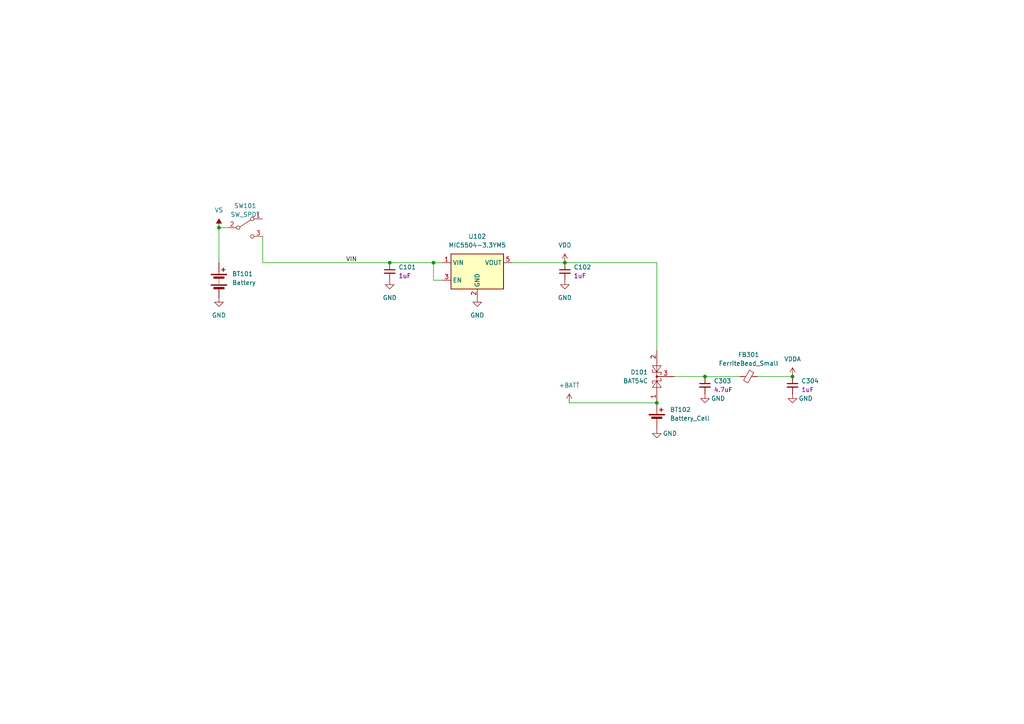
<source format=kicad_sch>
(kicad_sch (version 20230121) (generator eeschema)
  (paper "A4")
  (lib_symbols
    (symbol "Device:Battery" (pin_numbers hide) (pin_names (offset 0) hide)
      (property "Reference" "BT" (at 2.54 2.54 0))
      (property "Value" "Battery" (at 2.54 0 0))
      (symbol "Battery_0_1"
        (rectangle (start -2.286 -1.27) (end 2.286 -1.524) (fill (type outline)))
        (rectangle (start -2.286 1.778) (end 2.286 1.524) (fill (type outline)))
        (rectangle (start -1.524 -2.032) (end 1.524 -2.54) (fill (type outline)))
        (rectangle (start -1.524 1.016) (end 1.524 0.508) (fill (type outline)))
        (polyline (pts (xy 0 -1.016) (xy 0 -0.762)))
        (polyline (pts (xy 0 -0.508) (xy 0 -0.254)))
        (polyline (pts (xy 0 0) (xy 0 0.254)))
        (polyline (pts (xy 0 1.778) (xy 0 2.54)))
        (polyline (pts (xy 0.762 3.048) (xy 1.778 3.048)) (stroke (width 0.254)))
        (polyline (pts (xy 1.27 3.556) (xy 1.27 2.54)) (stroke (width 0.254)))
      )
      (symbol "Battery_1_1"
        (pin passive line (at 0 5.08 270) (length 2.54) (name "+") (number "1"))
        (pin passive line (at 0 -5.08 90) (length 2.54) (name "-") (number "2"))
      )
    )
    (symbol "Device:Battery_Cell" (pin_numbers hide) (pin_names (offset 0) hide)
      (property "Reference" "BT" (at 2.54 2.54 0))
      (property "Value" "Battery_Cell" (at 2.54 0 0))
      (symbol "Battery_Cell_0_1"
        (rectangle (start -2.286 1.778) (end 2.286 1.524) (fill (type outline)))
        (rectangle (start -1.524 1.016) (end 1.524 0.508) (fill (type outline)))
        (polyline (pts (xy 0 0.762) (xy 0 0)))
        (polyline (pts (xy 0 1.778) (xy 0 2.54)))
        (polyline (pts (xy 0.762 3.048) (xy 1.778 3.048)) (stroke (width 0.254)))
        (polyline (pts (xy 1.27 3.556) (xy 1.27 2.54)) (stroke (width 0.254)))
      )
      (symbol "Battery_Cell_1_1"
        (pin passive line (at 0 5.08 270) (length 2.54) (name "+") (number "1"))
        (pin passive line (at 0 -2.54 90) (length 2.54) (name "-") (number "2"))
      )
    )
    (symbol "Device:FerriteBead_Small" (pin_numbers hide) (pin_names (offset 0))
      (property "Reference" "FB" (at 1.905 1.27 0))
      (property "Value" "FerriteBead_Small" (at 1.905 -1.27 0))
      (symbol "FerriteBead_Small_0_1"
        (polyline (pts (xy 0 -1.27) (xy 0 -0.7874)))
        (polyline (pts (xy 0 0.889) (xy 0 1.2954)))
        (polyline (pts (xy -1.8288 0.2794) (xy -1.1176 1.4986) (xy 1.8288 -0.2032) (xy 1.1176 -1.4224) (xy -1.8288 0.2794)))
      )
      (symbol "FerriteBead_Small_1_1"
        (pin passive line (at 0 2.54 270) (length 1.27) (name "~") (number "1"))
        (pin passive line (at 0 -2.54 90) (length 1.27) (name "~") (number "2"))
      )
    )
    (symbol "Diode:BAT54C" (pin_names (offset 1.016))
      (property "Reference" "D" (at 0.635 -3.81 0))
      (property "Value" "BAT54C" (at -6.35 3.175 0))
      (symbol "BAT54C_0_1"
        (polyline (pts (xy -1.905 0) (xy 1.905 0)))
        (polyline (pts (xy -1.905 1.27) (xy -1.905 1.016)))
        (polyline (pts (xy -1.27 -1.27) (xy -0.635 -1.27)))
        (polyline (pts (xy -1.27 0) (xy -3.81 0)))
        (polyline (pts (xy -1.27 1.27) (xy -1.905 1.27)))
        (polyline (pts (xy -1.27 1.27) (xy -1.27 -1.27)))
        (polyline (pts (xy -0.635 -1.27) (xy -0.635 -1.016)))
        (polyline (pts (xy 0.635 -1.27) (xy 0.635 -1.016)))
        (polyline (pts (xy 1.27 -1.27) (xy 0.635 -1.27)))
        (polyline (pts (xy 1.27 1.27) (xy 1.27 -1.27)))
        (polyline (pts (xy 1.27 1.27) (xy 1.905 1.27)))
        (polyline (pts (xy 1.905 1.27) (xy 1.905 1.016)))
        (polyline (pts (xy 3.81 0) (xy 1.27 0)))
        (polyline (pts (xy -3.175 -1.27) (xy -3.175 1.27) (xy -1.27 0) (xy -3.175 -1.27)))
        (polyline (pts (xy 3.175 -1.27) (xy 3.175 1.27) (xy 1.27 0) (xy 3.175 -1.27)))
        (circle (center 0 0) (radius 0.254) (fill (type outline)))
      )
      (symbol "BAT54C_1_1"
        (pin passive line (at -7.62 0 0) (length 3.81) (name "~") (number "1"))
        (pin passive line (at 7.62 0 180) (length 3.81) (name "~") (number "2"))
        (pin passive line (at 0 -5.08 90) (length 5.08) (name "~") (number "3"))
      )
    )
    (symbol "LCSC_Capacitor:C_0402_1u_X5R" (pin_numbers hide) (pin_names (offset 0.254) hide) (in_bom no)
      (property "Reference" "C" (at 0.254 1.778 0))
      (property "Capacitance" "1uF" (at 0 0 0))
      (symbol "C_0402_1u_X5R_0_1"
        (polyline (pts (xy -1.524 -0.508) (xy 1.524 -0.508)) (stroke (width 0.3302)))
        (polyline (pts (xy -1.524 0.508) (xy 1.524 0.508)) (stroke (width 0.3048)))
      )
      (symbol "C_0402_1u_X5R_1_1"
        (pin passive line (at 0 2.54 270) (length 2.032) (name "~") (number "1"))
        (pin passive line (at 0 -2.54 90) (length 2.032) (name "~") (number "2"))
      )
    )
    (symbol "LCSC_Capacitor:C_0805_1u_X7R" (pin_numbers hide) (pin_names (offset 0.254) hide) (in_bom no)
      (property "Reference" "C" (at 0.254 1.778 0))
      (property "Capacitance" "1uF" (at 0 0 0))
      (symbol "C_0805_1u_X7R_0_1"
        (polyline (pts (xy -1.524 -0.508) (xy 1.524 -0.508)) (stroke (width 0.3302)))
        (polyline (pts (xy -1.524 0.508) (xy 1.524 0.508)) (stroke (width 0.3048)))
      )
      (symbol "C_0805_1u_X7R_1_1"
        (pin passive line (at 0 2.54 270) (length 2.032) (name "~") (number "1"))
        (pin passive line (at 0 -2.54 90) (length 2.032) (name "~") (number "2"))
      )
    )
    (symbol "LCSC_Capacitor:C_0805_4u7_X5R" (pin_numbers hide) (pin_names (offset 0.254) hide) (in_bom no)
      (property "Reference" "C" (at 0.254 1.778 0))
      (property "Capacitance" "4.7uF" (at 0 0 0))
      (symbol "C_0805_4u7_X5R_0_1"
        (polyline (pts (xy -1.524 -0.508) (xy 1.524 -0.508)) (stroke (width 0.3302)))
        (polyline (pts (xy -1.524 0.508) (xy 1.524 0.508)) (stroke (width 0.3048)))
      )
      (symbol "C_0805_4u7_X5R_1_1"
        (pin passive line (at 0 2.54 270) (length 2.032) (name "~") (number "1"))
        (pin passive line (at 0 -2.54 90) (length 2.032) (name "~") (number "2"))
      )
    )
    (symbol "Regulator_Linear:MIC5504-3.3YM5"
      (property "Reference" "U" (at -7.62 8.89 0))
      (property "Value" "MIC5504-3.3YM5" (at -7.62 6.35 0))
      (symbol "MIC5504-3.3YM5_0_1"
        (rectangle (start -7.62 -5.08) (end 7.62 5.08) (stroke (width 0.254)) (fill (type background)))
      )
      (symbol "MIC5504-3.3YM5_1_1"
        (pin power_in line (at -10.16 2.54 0) (length 2.54) (name "VIN") (number "1"))
        (pin power_in line (at 0 -7.62 90) (length 2.54) (name "GND") (number "2"))
        (pin input line (at -10.16 -2.54 0) (length 2.54) (name "EN") (number "3"))
        (pin no_connect line (at 7.62 -2.54 180) (length 2.54) hide (name "NC") (number "4"))
        (pin power_out line (at 10.16 2.54 180) (length 2.54) (name "VOUT") (number "5"))
      )
    )
    (symbol "Switch:SW_SPDT" (pin_names (offset 0) hide)
      (property "Reference" "SW" (at 0 4.318 0))
      (property "Value" "SW_SPDT" (at 0 -5.08 0))
      (symbol "SW_SPDT_0_0"
        (circle (center -2.032 0) (radius 0.508))
        (circle (center 2.032 -2.54) (radius 0.508))
      )
      (symbol "SW_SPDT_0_1"
        (polyline (pts (xy -1.524 0.254) (xy 1.651 2.286)))
        (circle (center 2.032 2.54) (radius 0.508))
      )
      (symbol "SW_SPDT_1_1"
        (pin passive line (at 5.08 2.54 180) (length 2.54) (name "A") (number "1"))
        (pin passive line (at -5.08 0 0) (length 2.54) (name "B") (number "2"))
        (pin passive line (at 5.08 -2.54 180) (length 2.54) (name "C") (number "3"))
      )
    )
    (symbol "power:+BATT" (power) (pin_names (offset 0))
      (property "Value" "+BATT" (at 0 3.556 0))
      (symbol "+BATT_0_1"
        (polyline (pts (xy -0.762 1.27) (xy 0 2.54)))
        (polyline (pts (xy 0 0) (xy 0 2.54)))
        (polyline (pts (xy 0 2.54) (xy 0.762 1.27)))
      )
      (symbol "+BATT_1_1"
        (pin power_in line (at 0 0 90) (length 0) hide (name "+BATT") (number "1"))
      )
    )
    (symbol "power:GND" (power) (pin_names (offset 0))
      (property "Value" "GND" (at 0 -3.81 0))
      (symbol "GND_0_1"
        (polyline (pts (xy 0 0) (xy 0 -1.27) (xy 1.27 -1.27) (xy 0 -2.54) (xy -1.27 -1.27) (xy 0 -1.27)))
      )
      (symbol "GND_1_1"
        (pin power_in line (at 0 0 270) (length 0) hide (name "GND") (number "1"))
      )
    )
    (symbol "power:VDD" (power) (pin_names (offset 0))
      (property "Value" "VDD" (at 0 3.81 0))
      (symbol "VDD_0_1"
        (polyline (pts (xy -0.762 1.27) (xy 0 2.54)))
        (polyline (pts (xy 0 0) (xy 0 2.54)))
        (polyline (pts (xy 0 2.54) (xy 0.762 1.27)))
      )
      (symbol "VDD_1_1"
        (pin power_in line (at 0 0 90) (length 0) hide (name "VDD") (number "1"))
      )
    )
    (symbol "power:VDDA" (power) (pin_names (offset 0))
      (property "Value" "VDDA" (at 0 3.81 0))
      (symbol "VDDA_0_1"
        (polyline (pts (xy -0.762 1.27) (xy 0 2.54)))
        (polyline (pts (xy 0 0) (xy 0 2.54)))
        (polyline (pts (xy 0 2.54) (xy 0.762 1.27)))
      )
      (symbol "VDDA_1_1"
        (pin power_in line (at 0 0 90) (length 0) hide (name "VDDA") (number "1"))
      )
    )
    (symbol "power:VS" (power) (pin_names (offset 0))
      (property "Value" "VS" (at 0 3.81 0))
      (symbol "VS_0_1"
        (polyline (pts (xy 0 0) (xy 0 2.54)))
        (polyline (pts (xy 0.762 1.27) (xy -0.762 1.27) (xy 0 2.54) (xy 0.762 1.27)) (fill (type outline)))
      )
      (symbol "VS_1_1"
        (pin power_in line (at 0 0 90) (length 0) hide (name "VS") (number "1"))
      )
    )
  )
  (junction (at 204.47 109.22))
  (junction (at 229.87 109.22))
  (junction (at 125.73 76.2))
  (junction (at 63.5 66.04))
  (junction (at 190.5 116.84))
  (junction (at 163.83 76.2))
  (junction (at 113.03 76.2))
  (wire (pts (xy 63.5 66.04) (xy 66.04 66.04)))
  (wire (pts (xy 195.58 109.22) (xy 204.47 109.22)))
  (wire (pts (xy 113.03 76.2) (xy 125.73 76.2)))
  (wire (pts (xy 190.5 76.2) (xy 190.5 101.6)))
  (wire (pts (xy 63.5 76.2) (xy 63.5 66.04)))
  (wire (pts (xy 163.83 76.2) (xy 190.5 76.2)))
  (wire (pts (xy 148.59 76.2) (xy 163.83 76.2)))
  (wire (pts (xy 76.2 76.2) (xy 113.03 76.2)))
  (wire (pts (xy 219.71 109.22) (xy 229.87 109.22)))
  (wire (pts (xy 76.2 76.2) (xy 76.2 68.58)))
  (wire (pts (xy 125.73 81.28) (xy 125.73 76.2)))
  (wire (pts (xy 125.73 76.2) (xy 128.27 76.2)))
  (wire (pts (xy 165.1 116.84) (xy 190.5 116.84)))
  (wire (pts (xy 204.47 109.22) (xy 214.63 109.22)))
  (wire (pts (xy 128.27 81.28) (xy 125.73 81.28)))
  (label "VIN" (at 100.33 76.2 0))
  (symbol (lib_id "power:GND") (at 163.83 81.28 0) (unit 1)
    (property "Reference" "#PWR0103" (effects hide))
    (property "Value" "GND" (at 163.83 86.36 0))
    (instances (project "150g-battlebot-pcb" (path "" (reference "#PWR0103") (unit 1)) (path "" (reference "#PWR0302") (unit 1))))
  )
  (symbol (lib_id "power:GND") (at 229.87 114.3 0) (unit 1)
    (property "Reference" "#PWR0105" (effects hide))
    (property "Value" "GND" (at 233.68 115.57 0))
    (instances (project "150g-battlebot-pcb" (path "" (reference "#PWR0105") (unit 1)) (path "" (reference "#PWR0308") (unit 1))))
  )
  (symbol (lib_id "power:GND") (at 190.5 124.46 0) (unit 1)
    (property "Reference" "#PWR0105" (effects hide))
    (property "Value" "GND" (at 194.31 125.73 0))
    (instances (project "150g-battlebot-pcb" (path "" (reference "#PWR0105") (unit 1)) (path "" (reference "#PWR0305") (unit 1))))
  )
  (symbol (lib_id "LCSC_Capacitor:C_0805_1u_X7R") (at 163.83 78.74 0) (unit 1) (in_bom no)
    (property "Reference" "C102" (at 166.37 77.4763 0) (effects (justify left)))
    (property "Value" "C_0805_1u_X7R" (effects hide))
    (property "Footprint" "Capacitor_SMD:C_0805_2012Metric" (effects hide))
    (property "Datasheet" "https://datasheet.lcsc.com/lcsc/1809221221_Samsung-Electro-Mechanics-CL21B105KOFNNNE_C24123.pdf" (effects hide))
    (property "Capacitance" "1uF" (at 166.37 80.0163 0) (effects (justify left)))
    (property "LCSC" "C24123" (effects hide))
    (property "MPN" "CL21B105KOFNNNE" (effects hide))
    (property "Voltage" "16V" (effects hide))
    (property "Tolerance" "10%" (effects hide))
    (property "Temperature" "X7R" (effects hide))
    (instances (project "150g-battlebot-pcb" (path "" (reference "C102") (unit 1)) (path "" (reference "C302") (unit 1))))
  )
  (symbol (lib_id "Regulator_Linear:MIC5504-3.3YM5") (at 138.43 78.74 0) (unit 1)
    (property "Reference" "U102" (at 138.43 68.58 0))
    (property "Value" "MIC5504-3.3YM5" (at 138.43 71.12 0))
    (property "Footprint" "Package_TO_SOT_SMD:SOT-23-5" (effects hide))
    (property "Datasheet" "http://ww1.microchip.com/downloads/en/DeviceDoc/MIC550X.pdf" (effects hide))
    (instances (project "150g-battlebot-pcb" (path "" (reference "U102") (unit 1)) (path "" (reference "U301") (unit 1))))
  )
  (symbol (lib_id "Device:FerriteBead_Small") (at 217.17 109.22 90) (unit 1)
    (property "Reference" "FB301" (at 217.1319 102.87 90))
    (property "Value" "FerriteBead_Small" (at 217.1319 105.41 90))
    (property "Footprint" "Inductor_SMD:L_0402_1005Metric" (effects hide))
  )
  (symbol (lib_id "power:GND") (at 63.5 86.36 0) (unit 1)
    (property "Reference" "#PWR0104" (effects hide))
    (property "Value" "GND" (at 63.5 91.44 0))
    (instances (project "150g-battlebot-pcb" (path "" (reference "#PWR0104") (unit 1)) (path "" (reference "#PWR0303") (unit 1))))
  )
  (symbol (lib_id "power:VS") (at 63.5 66.04 0) (unit 1)
    (property "Reference" "#PWR0405" (effects hide))
    (property "Value" "VS" (at 63.5 60.96 0))
    (instances (project "150g-battlebot-pcb" (path "" (reference "#PWR0405") (unit 1)) (path "" (reference "#PWR0310") (unit 1))))
  )
  (symbol (lib_id "LCSC_Capacitor:C_0805_4u7_X5R") (at 204.47 111.76 0) (unit 1) (in_bom no)
    (property "Reference" "C303" (at 207.01 110.4963 0) (effects (justify left)))
    (property "Value" "C_0805_4u7_X5R" (effects hide))
    (property "Footprint" "Capacitor_SMD:C_0805_2012Metric" (effects hide))
    (property "Datasheet" "https://www.yageo.com/upload/media/product/productsearch/datasheet/mlcc/UPY-GPHC_X5R_4V-to-50V_26.pdf" (effects hide))
    (property "Capacitance" "4.7uF" (at 207.01 113.0363 0) (effects (justify left)))
    (property "LCSC" "C577033" (effects hide))
    (property "MPN" "CC0805MKX5R5BB475" (effects hide))
    (property "Voltage" "6.3" (effects hide))
    (property "Tolerance" "20%" (effects hide))
    (property "Temperature" "X5R" (effects hide))
  )
  (symbol (lib_id "Switch:SW_SPDT") (at 71.12 66.04 0) (unit 1)
    (property "Reference" "SW101" (at 71.12 59.69 0))
    (property "Value" "SW_SPDT" (at 71.12 62.23 0))
    (property "Footprint" "LCSC_Switch:SW-TH_SS-12D16L3R" (effects hide))
    (instances (project "PCBot" (path "" (reference "SW101") (unit 1))) (project "150g-battlebot-pcb" (path "" (reference "SW301") (unit 1))))
  )
  (symbol (lib_id "power:GND") (at 113.03 81.28 0) (unit 1)
    (property "Reference" "#PWR0102" (effects hide))
    (property "Value" "GND" (at 113.03 86.36 0))
    (instances (project "150g-battlebot-pcb" (path "" (reference "#PWR0102") (unit 1)) (path "" (reference "#PWR0301") (unit 1))))
  )
  (symbol (lib_id "LCSC_Capacitor:C_0402_1u_X5R") (at 229.87 111.76 0) (unit 1) (in_bom no)
    (property "Reference" "C304" (at 232.41 110.4963 0) (effects (justify left)))
    (property "Value" "C_0402_1u_X5R" (effects hide))
    (property "Footprint" "Capacitor_SMD:C_0402_1005Metric" (effects hide))
    (property "Datasheet" "https://datasheet.lcsc.com/lcsc/1810252040_Samsung-Electro-Mechanics-CL05A105KL5NRNC_C307413.pdf" (effects hide))
    (property "MPN" "CL05A105KL5NRNC" (effects hide))
    (property "LCSC" "C307413" (effects hide))
    (property "Capacitance" "1uF" (at 232.41 113.0363 0) (effects (justify left)))
    (property "Voltage" "35V" (effects hide))
    (property "Temperature" "X5R" (effects hide))
  )
  (symbol (lib_id "power:GND") (at 204.47 114.3 0) (unit 1)
    (property "Reference" "#PWR0105" (effects hide))
    (property "Value" "GND" (at 208.28 115.57 0))
    (instances (project "150g-battlebot-pcb" (path "" (reference "#PWR0105") (unit 1)) (path "" (reference "#PWR0306") (unit 1))))
  )
  (symbol (lib_id "power:VDD") (at 163.83 76.2 0) (unit 1)
    (property "Reference" "#PWR0307" (effects hide))
    (property "Value" "VDD" (at 163.83 71.12 0))
  )
  (symbol (lib_id "Device:Battery_Cell") (at 190.5 121.92 0) (unit 1)
    (property "Reference" "BT102" (at 194.31 118.8085 0) (effects (justify left)))
    (property "Value" "Battery_Cell" (at 194.31 121.3485 0) (effects (justify left)))
    (property "Footprint" "Battery:BatteryHolder_Seiko_MS621F" (effects hide))
    (instances (project "150g-battlebot-pcb" (path "" (reference "BT102") (unit 1)) (path "" (reference "BT302") (unit 1))))
  )
  (symbol (lib_id "power:GND") (at 138.43 86.36 0) (unit 1)
    (property "Reference" "#PWR0101" (effects hide))
    (property "Value" "GND" (at 138.43 91.44 0))
    (instances (project "150g-battlebot-pcb" (path "" (reference "#PWR0101") (unit 1)) (path "" (reference "#PWR0304") (unit 1))))
  )
  (symbol (lib_id "power:VDDA") (at 229.87 109.22 0) (unit 1)
    (property "Reference" "#PWR0309" (effects hide))
    (property "Value" "VDDA" (at 229.87 104.14 0))
  )
  (symbol (lib_id "power:+BATT") (at 165.1 116.84 0) (unit 1)
    (property "Reference" "#PWR0311" (effects hide))
    (property "Value" "+BATT" (at 165.1 111.76 0))
  )
  (symbol (lib_id "LCSC_Capacitor:C_0805_1u_X7R") (at 113.03 78.74 0) (unit 1) (in_bom no)
    (property "Reference" "C101" (at 115.57 77.4763 0) (effects (justify left)))
    (property "Value" "C_0805_1u_X7R" (effects hide))
    (property "Footprint" "Capacitor_SMD:C_0805_2012Metric" (effects hide))
    (property "Datasheet" "https://datasheet.lcsc.com/lcsc/1809221221_Samsung-Electro-Mechanics-CL21B105KOFNNNE_C24123.pdf" (effects hide))
    (property "Capacitance" "1uF" (at 115.57 80.0163 0) (effects (justify left)))
    (property "LCSC" "C24123" (effects hide))
    (property "MPN" "CL21B105KOFNNNE" (effects hide))
    (property "Voltage" "16V" (effects hide))
    (property "Tolerance" "10%" (effects hide))
    (property "Temperature" "X7R" (effects hide))
    (instances (project "150g-battlebot-pcb" (path "" (reference "C101") (unit 1)) (path "" (reference "C301") (unit 1))))
  )
  (symbol (lib_id "Diode:BAT54C") (at 190.5 109.22 90) (unit 1)
    (property "Reference" "D101" (at 187.96 107.95 90) (effects (justify left)))
    (property "Value" "BAT54C" (at 187.96 110.49 90) (effects (justify left)))
    (property "Footprint" "Package_TO_SOT_SMD:SOT-23" (effects hide))
    (property "Datasheet" "http://www.diodes.com/_files/datasheets/ds11005.pdf" (effects hide))
    (instances (project "150g-battlebot-pcb" (path "" (reference "D101") (unit 1)) (path "" (reference "D301") (unit 1))))
  )
  (symbol (lib_id "Device:Battery") (at 63.5 81.28 0) (unit 1)
    (property "Reference" "BT101" (at 67.31 79.4385 0) (effects (justify left)))
    (property "Value" "Battery" (at 67.31 81.9785 0) (effects (justify left)))
    (instances (project "150g-battlebot-pcb" (path "" (reference "BT101") (unit 1)) (path "" (reference "BT301") (unit 1))))
  )
)
</source>
